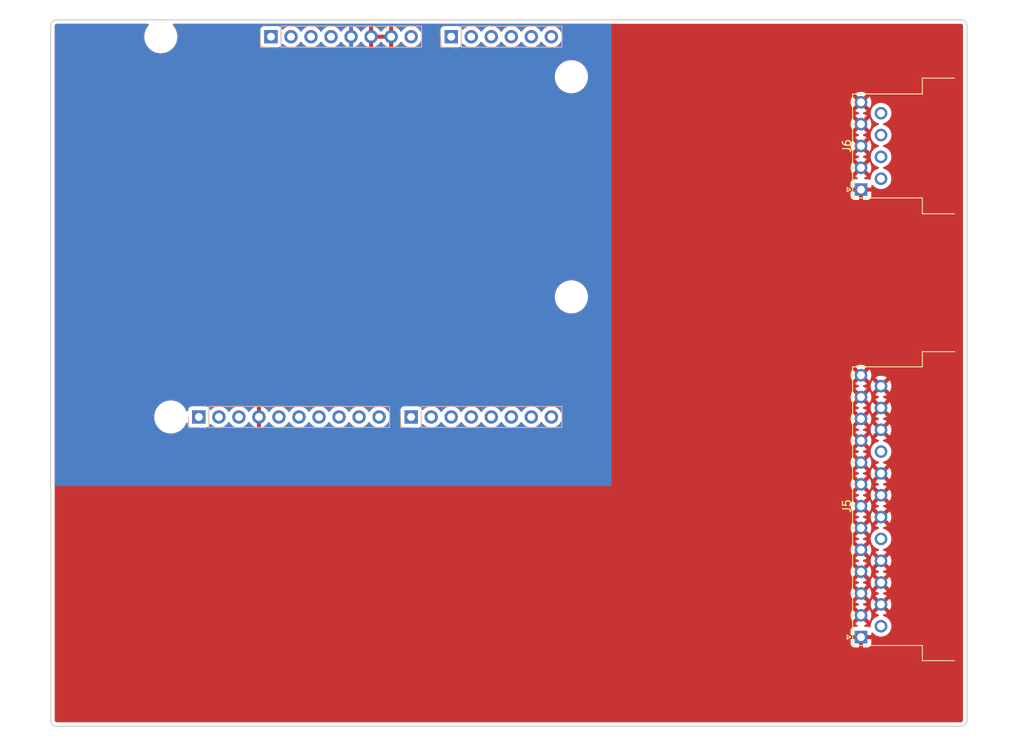
<source format=kicad_pcb>
(kicad_pcb (version 20211014) (generator pcbnew)
  (title_block (date "mar. 31 mars 2015"))
  (layers (0 "F.Cu" signal) (31 "B.Cu" signal) (34 "B.Paste" user) (35 "F.Paste" user) (36 "B.SilkS" user "B.Silkscreen") (37 "F.SilkS" user "F.Silkscreen") (38 "B.Mask" user) (39 "F.Mask" user) (44 "Edge.Cuts" user))
  (net 0 "")
  (net 2 "+5V")
  (net 3 "/IOREF")
  (net 4 "/A0")
  (net 5 "/A1")
  (net 6 "/A2")
  (net 7 "/A3")
  (net 8 "/SDA{slash}A4")
  (net 9 "/SCL{slash}A5")
  (net 10 "/13")
  (net 11 "/12")
  (net 12 "/AREF")
  (net 13 "/7")
  (net 14 "/*11")
  (net 15 "/*10")
  (net 16 "/*9")
  (net 17 "/4")
  (net 18 "/2")
  (net 19 "/*6")
  (net 20 "/*5")
  (net 21 "/TX{slash}1")
  (net 22 "/*3")
  (net 23 "/RX{slash}0")
  (net 24 "+3V3")
  (net 25 "VCC")
  (net 26 "/~{RESET}")
  (net 27 "Freq Adjust")
  (net 28 "High Volt EN")
  (net 29 "AC Adjust")
  (net 30 "/AO 3")
  (net 31 "High Volt En Signal")
  (net 32 "/AO 2")
  (net 33 "GND")
  (footprint "Connector_Dsub:DSUB-25_Male_Horizontal_P2.77x2.54mm_EdgePinOffset9.40mm" (layer "F.Cu") (at 202.269669 124.245 90)
    (fp_text reference "J5" (at 16.62 -1.8 90) (layer "F.SilkS"))
    (fp_text value "DB25_Male")
    (fp_line (start -1.06 -1.06) (end 34.3 -1.06) (layer "F.SilkS") (width 0.12))
    (fp_line (start 34.3 7.78) (end 36.23 7.78) (layer "F.SilkS") (width 0.12))
    (fp_line (start 34.3 -1.06) (end 34.3 7.78) (layer "F.SilkS") (width 0.12))
    (fp_line (start 36.23 7.78) (end 36.23 11.88) (layer "F.SilkS") (width 0.12))
    (fp_line (start -1.06 7.78) (end -1.06 -1.06) (layer "F.SilkS") (width 0.12))
    (fp_line (start -0.25 -1.754338) (end 0.25 -1.754338) (layer "F.SilkS") (width 0.12))
    (fp_line (start -2.99 11.88) (end -2.99 7.78) (layer "F.SilkS") (width 0.12))
    (fp_line (start 0 -1.321325) (end -0.25 -1.754338) (layer "F.SilkS") (width 0.12))
    (fp_line (start 0.25 -1.754338) (end 0 -1.321325) (layer "F.SilkS") (width 0.12))
    (fp_line (start -2.99 7.78) (end -1.06 7.78) (layer "F.SilkS") (width 0.12))
    (pad "1" thru_hole rect (at 0 0 90) (size 1.6 1.6) (drill 1) (layers *.Cu *.Mask) (net 33 "GND"))
    (pad "2" thru_hole circle (at 2.77 0 90) (size 1.6 1.6) (drill 1) (layers *.Cu *.Mask) (net 33 "GND"))
    (pad "3" thru_hole circle (at 5.54 0 90) (size 1.6 1.6) (drill 1) (layers *.Cu *.Mask) (net 33 "GND"))
    (pad "4" thru_hole circle (at 8.31 0 90) (size 1.6 1.6) (drill 1) (layers *.Cu *.Mask) (net 33 "GND"))
    (pad "5" thru_hole circle (at 11.08 0 90) (size 1.6 1.6) (drill 1) (layers *.Cu *.Mask) (net 33 "GND"))
    (pad "6" thru_hole circle (at 13.85 0 90) (size 1.6 1.6) (drill 1) (layers *.Cu *.Mask) (net 33 "GND"))
    (pad "7" thru_hole circle (at 16.62 0 90) (size 1.6 1.6) (drill 1) (layers *.Cu *.Mask) (net 33 "GND"))
    (pad "8" thru_hole circle (at 19.39 0 90) (size 1.6 1.6) (drill 1) (layers *.Cu *.Mask) (net 33 "GND"))
    (pad "9" thru_hole circle (at 22.16 0 90) (size 1.6 1.6) (drill 1) (layers *.Cu *.Mask) (net 33 "GND"))
    (pad "10" thru_hole circle (at 24.93 0 90) (size 1.6 1.6) (drill 1) (layers *.Cu *.Mask) (net 33 "GND"))
    (pad "11" thru_hole circle (at 27.7 0 90) (size 1.6 1.6) (drill 1) (layers *.Cu *.Mask) (net 33 "GND"))
    (pad "12" thru_hole circle (at 30.47 0 90) (size 1.6 1.6) (drill 1) (layers *.Cu *.Mask) (net 33 "GND"))
    (pad "13" thru_hole circle (at 33.24 0 90) (size 1.6 1.6) (drill 1) (layers *.Cu *.Mask) (net 33 "GND"))
    (pad "14" thru_hole circle (at 1.385 2.54 90) (size 1.6 1.6) (drill 1) (layers *.Cu *.Mask) (net 27 "Freq Adjust"))
    (pad "15" thru_hole circle (at 4.155 2.54 90) (size 1.6 1.6) (drill 1) (layers *.Cu *.Mask) (net 33 "GND"))
    (pad "16" thru_hole circle (at 6.925 2.54 90) (size 1.6 1.6) (drill 1) (layers *.Cu *.Mask) (net 33 "GND"))
    (pad "17" thru_hole circle (at 9.695 2.54 90) (size 1.6 1.6) (drill 1) (layers *.Cu *.Mask) (net 33 "GND"))
    (pad "18" thru_hole circle (at 12.465 2.54 90) (size 1.6 1.6) (drill 1) (layers *.Cu *.Mask) (net 28 "High Volt EN"))
    (pad "19" thru_hole circle (at 15.235 2.54 90) (size 1.6 1.6) (drill 1) (layers *.Cu *.Mask) (net 33 "GND"))
    (pad "20" thru_hole circle (at 18.005 2.54 90) (size 1.6 1.6) (drill 1) (layers *.Cu *.Mask) (net 33 "GND"))
    (pad "21" thru_hole circle (at 20.775 2.54 90) (size 1.6 1.6) (drill 1) (layers *.Cu *.Mask) (net 33 "GND"))
    (pad "22" thru_hole circle (at 23.545 2.54 90) (size 1.6 1.6) (drill 1) (layers *.Cu *.Mask) (net 29 "AC Adjust"))
    (pad "23" thru_hole circle (at 26.315 2.54 90) (size 1.6 1.6) (drill 1) (layers *.Cu *.Mask) (net 33 "GND"))
    (pad "24" thru_hole circle (at 29.085 2.54 90) (size 1.6 1.6) (drill 1) (layers *.Cu *.Mask) (net 33 "GND"))
    (pad "25" thru_hole circle (at 31.855 2.54 90) (size 1.6 1.6) (drill 1) (layers *.Cu *.Mask) (net 33 "GND"))
  )
  (footprint "Connector_Dsub:DSUB-9_Male_Horizontal_P2.77x2.54mm_EdgePinOffset9.40mm" (layer "F.Cu") (at 202.269669 67.45 90)
    (fp_text reference "J6" (at 5.54 -1.8 90) (layer "F.SilkS"))
    (fp_text value "DB9_Male")
    (fp_line (start -1.06 7.78) (end -1.06 -1.06) (layer "F.SilkS") (width 0.12))
    (fp_line (start 0.25 -1.754338) (end 0 -1.321325) (layer "F.SilkS") (width 0.12))
    (fp_line (start -3.07 7.78) (end -1.06 7.78) (layer "F.SilkS") (width 0.12))
    (fp_line (start 0 -1.321325) (end -0.25 -1.754338) (layer "F.SilkS") (width 0.12))
    (fp_line (start -3.07 11.88) (end -3.07 7.78) (layer "F.SilkS") (width 0.12))
    (fp_line (start 12.14 7.78) (end 14.15 7.78) (layer "F.SilkS") (width 0.12))
    (fp_line (start -0.25 -1.754338) (end 0.25 -1.754338) (layer "F.SilkS") (width 0.12))
    (fp_line (start 14.15 7.78) (end 14.15 11.88) (layer "F.SilkS") (width 0.12))
    (fp_line (start 12.14 -1.06) (end 12.14 7.78) (layer "F.SilkS") (width 0.12))
    (fp_line (start -1.06 -1.06) (end 12.14 -1.06) (layer "F.SilkS") (width 0.12))
    (pad "1" thru_hole rect (at 0 0 90) (size 1.6 1.6) (drill 1) (layers *.Cu *.Mask) (net 33 "GND"))
    (pad "2" thru_hole circle (at 2.77 0 90) (size 1.6 1.6) (drill 1) (layers *.Cu *.Mask) (net 33 "GND"))
    (pad "3" thru_hole circle (at 5.54 0 90) (size 1.6 1.6) (drill 1) (layers *.Cu *.Mask) (net 33 "GND"))
    (pad "4" thru_hole circle (at 8.31 0 90) (size 1.6 1.6) (drill 1) (layers *.Cu *.Mask) (net 33 "GND"))
    (pad "5" thru_hole circle (at 11.08 0 90) (size 1.6 1.6) (drill 1) (layers *.Cu *.Mask) (net 33 "GND"))
    (pad "6" thru_hole circle (at 1.385 2.54 90) (size 1.6 1.6) (drill 1) (layers *.Cu *.Mask) (net 27 "Freq Adjust"))
    (pad "7" thru_hole circle (at 4.155 2.54 90) (size 1.6 1.6) (drill 1) (layers *.Cu *.Mask) (net 29 "AC Adjust"))
    (pad "8" thru_hole circle (at 6.925 2.54 90) (size 1.6 1.6) (drill 1) (layers *.Cu *.Mask) (net 32 "/AO 2"))
    (pad "9" thru_hole circle (at 9.695 2.54 90) (size 1.6 1.6) (drill 1) (layers *.Cu *.Mask) (net 30 "/AO 3"))
  )
  (footprint "Connector_PinSocket_2.54mm:PinSocket_1x08_P2.54mm_Vertical" (layer "B.Cu") (at 127.44 48.045 -90)
    (fp_text reference "J1" hide)
    (fp_text value "Power")
    (fp_line (start -1.33 -19.11) (end 1.33 -19.11) (layer "B.SilkS") (width 0.12))
    (fp_line (start 1.33 -1.27) (end 1.33 -19.11) (layer "B.SilkS") (width 0.12))
    (fp_line (start -1.33 -1.27) (end 1.33 -1.27) (layer "B.SilkS") (width 0.12))
    (fp_line (start 0 1.33) (end 1.33 1.33) (layer "B.SilkS") (width 0.12))
    (fp_line (start 1.33 1.33) (end 1.33 0) (layer "B.SilkS") (width 0.12))
    (fp_line (start -1.33 -1.27) (end -1.33 -19.11) (layer "B.SilkS") (width 0.12))
    (pad "1" thru_hole rect locked (at 0 0 270) (size 1.7 1.7) (drill 1) (layers *.Cu *.Mask))
    (pad "2" thru_hole oval locked (at 0 -2.54 270) (size 1.7 1.7) (drill 1) (layers *.Cu *.Mask) (net 3 "/IOREF"))
    (pad "3" thru_hole oval locked (at 0 -5.08 270) (size 1.7 1.7) (drill 1) (layers *.Cu *.Mask) (net 26 "/~{RESET}"))
    (pad "4" thru_hole oval locked (at 0 -7.62 270) (size 1.7 1.7) (drill 1) (layers *.Cu *.Mask) (net 24 "+3V3"))
    (pad "5" thru_hole oval locked (at 0 -10.16 270) (size 1.7 1.7) (drill 1) (layers *.Cu *.Mask) (net 2 "+5V"))
    (pad "6" thru_hole oval locked (at 0 -12.7 270) (size 1.7 1.7) (drill 1) (layers *.Cu *.Mask) (net 33 "GND"))
    (pad "7" thru_hole oval locked (at 0 -15.24 270) (size 1.7 1.7) (drill 1) (layers *.Cu *.Mask) (net 33 "GND"))
    (pad "8" thru_hole oval locked (at 0 -17.78 270) (size 1.7 1.7) (drill 1) (layers *.Cu *.Mask) (net 25 "VCC"))
  )
  (footprint "Connector_PinSocket_2.54mm:PinSocket_1x06_P2.54mm_Vertical" (layer "B.Cu") (at 150.3 48.045 -90)
    (fp_text reference "J3" hide)
    (fp_text value "Analog")
    (fp_line (start 1.33 -1.27) (end 1.33 -14.03) (layer "B.SilkS") (width 0.12))
    (fp_line (start 0 1.33) (end 1.33 1.33) (layer "B.SilkS") (width 0.12))
    (fp_line (start -1.33 -1.27) (end 1.33 -1.27) (layer "B.SilkS") (width 0.12))
    (fp_line (start -1.33 -1.27) (end -1.33 -14.03) (layer "B.SilkS") (width 0.12))
    (fp_line (start -1.33 -14.03) (end 1.33 -14.03) (layer "B.SilkS") (width 0.12))
    (fp_line (start 1.33 1.33) (end 1.33 0) (layer "B.SilkS") (width 0.12))
    (pad "1" thru_hole rect locked (at 0 0 270) (size 1.7 1.7) (drill 1) (layers *.Cu *.Mask) (net 4 "/A0"))
    (pad "2" thru_hole oval locked (at 0 -2.54 270) (size 1.7 1.7) (drill 1) (layers *.Cu *.Mask) (net 5 "/A1"))
    (pad "3" thru_hole oval locked (at 0 -5.08 270) (size 1.7 1.7) (drill 1) (layers *.Cu *.Mask) (net 6 "/A2"))
    (pad "4" thru_hole oval locked (at 0 -7.62 270) (size 1.7 1.7) (drill 1) (layers *.Cu *.Mask) (net 7 "/A3"))
    (pad "5" thru_hole oval locked (at 0 -10.16 270) (size 1.7 1.7) (drill 1) (layers *.Cu *.Mask) (net 8 "/SDA{slash}A4"))
    (pad "6" thru_hole oval locked (at 0 -12.7 270) (size 1.7 1.7) (drill 1) (layers *.Cu *.Mask) (net 9 "/SCL{slash}A5"))
  )
  (footprint "Connector_PinSocket_2.54mm:PinSocket_1x10_P2.54mm_Vertical" (layer "B.Cu") (at 118.296 96.305 -90)
    (fp_text reference "J2" hide)
    (fp_text value "Digital/PWM")
    (fp_line (start -1.33 -24.19) (end 1.33 -24.19) (layer "B.SilkS") (width 0.12))
    (fp_line (start -1.33 -1.27) (end -1.33 -24.19) (layer "B.SilkS") (width 0.12))
    (fp_line (start 1.33 1.33) (end 1.33 0) (layer "B.SilkS") (width 0.12))
    (fp_line (start 0 1.33) (end 1.33 1.33) (layer "B.SilkS") (width 0.12))
    (fp_line (start 1.33 -1.27) (end 1.33 -24.19) (layer "B.SilkS") (width 0.12))
    (fp_line (start -1.33 -1.27) (end 1.33 -1.27) (layer "B.SilkS") (width 0.12))
    (pad "1" thru_hole rect locked (at 0 0 270) (size 1.7 1.7) (drill 1) (layers *.Cu *.Mask) (net 9 "/SCL{slash}A5"))
    (pad "2" thru_hole oval locked (at 0 -2.54 270) (size 1.7 1.7) (drill 1) (layers *.Cu *.Mask) (net 8 "/SDA{slash}A4"))
    (pad "3" thru_hole oval locked (at 0 -5.08 270) (size 1.7 1.7) (drill 1) (layers *.Cu *.Mask) (net 12 "/AREF"))
    (pad "4" thru_hole oval locked (at 0 -7.62 270) (size 1.7 1.7) (drill 1) (layers *.Cu *.Mask) (net 33 "GND"))
    (pad "5" thru_hole oval locked (at 0 -10.16 270) (size 1.7 1.7) (drill 1) (layers *.Cu *.Mask) (net 10 "/13"))
    (pad "6" thru_hole oval locked (at 0 -12.7 270) (size 1.7 1.7) (drill 1) (layers *.Cu *.Mask) (net 11 "/12"))
    (pad "7" thru_hole oval locked (at 0 -15.24 270) (size 1.7 1.7) (drill 1) (layers *.Cu *.Mask) (net 14 "/*11"))
    (pad "8" thru_hole oval locked (at 0 -17.78 270) (size 1.7 1.7) (drill 1) (layers *.Cu *.Mask) (net 15 "/*10"))
    (pad "9" thru_hole oval locked (at 0 -20.32 270) (size 1.7 1.7) (drill 1) (layers *.Cu *.Mask) (net 16 "/*9"))
    (pad "10" thru_hole oval locked (at 0 -22.86 270) (size 1.7 1.7) (drill 1) (layers *.Cu *.Mask) (net 31 "High Volt En Signal"))
  )
  (footprint "Connector_PinSocket_2.54mm:PinSocket_1x08_P2.54mm_Vertical" (layer "B.Cu") (at 145.22 96.305 -90)
    (fp_text reference "J4" hide)
    (fp_text value "Digital/PWM")
    (fp_line (start -1.33 -19.11) (end 1.33 -19.11) (layer "B.SilkS") (width 0.12))
    (fp_line (start -1.33 -1.27) (end -1.33 -19.11) (layer "B.SilkS") (width 0.12))
    (fp_line (start 0 1.33) (end 1.33 1.33) (layer "B.SilkS") (width 0.12))
    (fp_line (start -1.33 -1.27) (end 1.33 -1.27) (layer "B.SilkS") (width 0.12))
    (fp_line (start 1.33 1.33) (end 1.33 0) (layer "B.SilkS") (width 0.12))
    (fp_line (start 1.33 -1.27) (end 1.33 -19.11) (layer "B.SilkS") (width 0.12))
    (pad "1" thru_hole rect locked (at 0 0 270) (size 1.7 1.7) (drill 1) (layers *.Cu *.Mask) (net 13 "/7"))
    (pad "2" thru_hole oval locked (at 0 -2.54 270) (size 1.7 1.7) (drill 1) (layers *.Cu *.Mask) (net 19 "/*6"))
    (pad "3" thru_hole oval locked (at 0 -5.08 270) (size 1.7 1.7) (drill 1) (layers *.Cu *.Mask) (net 20 "/*5"))
    (pad "4" thru_hole oval locked (at 0 -7.62 270) (size 1.7 1.7) (drill 1) (layers *.Cu *.Mask) (net 17 "/4"))
    (pad "5" thru_hole oval locked (at 0 -10.16 270) (size 1.7 1.7) (drill 1) (layers *.Cu *.Mask) (net 22 "/*3"))
    (pad "6" thru_hole oval locked (at 0 -12.7 270) (size 1.7 1.7) (drill 1) (layers *.Cu *.Mask) (net 18 "/2"))
    (pad "7" thru_hole oval locked (at 0 -15.24 270) (size 1.7 1.7) (drill 1) (layers *.Cu *.Mask) (net 21 "/TX{slash}1"))
    (pad "8" thru_hole oval locked (at 0 -17.78 270) (size 1.7 1.7) (drill 1) (layers *.Cu *.Mask) (net 23 "/RX{slash}0"))
  )
  (gr_arc (start 214.955 45.898) (mid 215.493825 46.121179) (end 215.717 46.66) (layer "Edge.Cuts") (width 0.15))
  (gr_line (start 99.5 134.798) (end 99.5 46.66) (layer "Edge.Cuts") (width 0.15))
  (gr_line (start 215.717 46.66) (end 215.717 134.798) (layer "Edge.Cuts") (width 0.15))
  (gr_line (start 214.955 135.56) (end 100.262 135.56) (layer "Edge.Cuts") (width 0.15))
  (gr_line (start 100.262 45.898) (end 214.955 45.898) (layer "Edge.Cuts") (width 0.15))
  (gr_arc (start 99.5 46.66) (mid 99.723185 46.121185) (end 100.262 45.898) (layer "Edge.Cuts") (width 0.15))
  (gr_arc (start 215.717 134.798) (mid 215.493814 135.33681) (end 214.955 135.56) (layer "Edge.Cuts") (width 0.15))
  (gr_arc (start 100.262 135.56) (mid 99.723185 135.336815) (end 99.5 134.798) (layer "Edge.Cuts") (width 0.15))
  (zone (net 33) (net_name "GND") (layer "F.Cu") (connect_pads (clearance 0.508)) (min_thickness 0.254) (fill yes (thermal_gap 0.508) (thermal_bridge_width 0.508))
    (polygon (pts (xy 216.34 138.1) (xy 98.615 138.1) (xy 98.615 44.12) (xy 216.34 44.12)))
  )
  (zone (net 2) (net_name "+5V") (layer "B.Cu") (connect_pads (clearance 0.508)) (min_thickness 0.254) (fill yes (thermal_gap 0.508) (thermal_bridge_width 0.508))
    (polygon (pts (xy 98.615 44.12) (xy 170.635 44.12) (xy 170.635 105.08) (xy 98.615 105.08)))
  )
)
</source>
